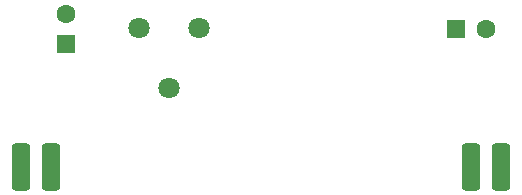
<source format=gbs>
%TF.GenerationSoftware,KiCad,Pcbnew,8.0.4*%
%TF.CreationDate,2025-01-06T15:08:45+00:00*%
%TF.ProjectId,33063_boost,33333036-335f-4626-9f6f-73742e6b6963,rev?*%
%TF.SameCoordinates,Original*%
%TF.FileFunction,Soldermask,Bot*%
%TF.FilePolarity,Negative*%
%FSLAX46Y46*%
G04 Gerber Fmt 4.6, Leading zero omitted, Abs format (unit mm)*
G04 Created by KiCad (PCBNEW 8.0.4) date 2025-01-06 15:08:45*
%MOMM*%
%LPD*%
G01*
G04 APERTURE LIST*
G04 Aperture macros list*
%AMRoundRect*
0 Rectangle with rounded corners*
0 $1 Rounding radius*
0 $2 $3 $4 $5 $6 $7 $8 $9 X,Y pos of 4 corners*
0 Add a 4 corners polygon primitive as box body*
4,1,4,$2,$3,$4,$5,$6,$7,$8,$9,$2,$3,0*
0 Add four circle primitives for the rounded corners*
1,1,$1+$1,$2,$3*
1,1,$1+$1,$4,$5*
1,1,$1+$1,$6,$7*
1,1,$1+$1,$8,$9*
0 Add four rect primitives between the rounded corners*
20,1,$1+$1,$2,$3,$4,$5,0*
20,1,$1+$1,$4,$5,$6,$7,0*
20,1,$1+$1,$6,$7,$8,$9,0*
20,1,$1+$1,$8,$9,$2,$3,0*%
G04 Aperture macros list end*
%ADD10R,1.600000X1.600000*%
%ADD11C,1.600000*%
%ADD12C,1.800000*%
%ADD13RoundRect,0.250000X-0.500000X-1.750000X0.500000X-1.750000X0.500000X1.750000X-0.500000X1.750000X0*%
G04 APERTURE END LIST*
D10*
%TO.C,C1*%
X57000000Y-57600000D03*
D11*
X57000000Y-55100000D03*
%TD*%
D12*
%TO.C,RV1*%
X68185000Y-56260000D03*
X65645000Y-61340000D03*
X63105000Y-56260000D03*
%TD*%
D10*
%TO.C,C3*%
X90000000Y-56350000D03*
D11*
X92500000Y-56350000D03*
%TD*%
D13*
%TO.C,J2*%
X91280000Y-68000000D03*
X93820000Y-68000000D03*
%TD*%
%TO.C,J1*%
X53180000Y-68000000D03*
X55720000Y-68000000D03*
%TD*%
M02*

</source>
